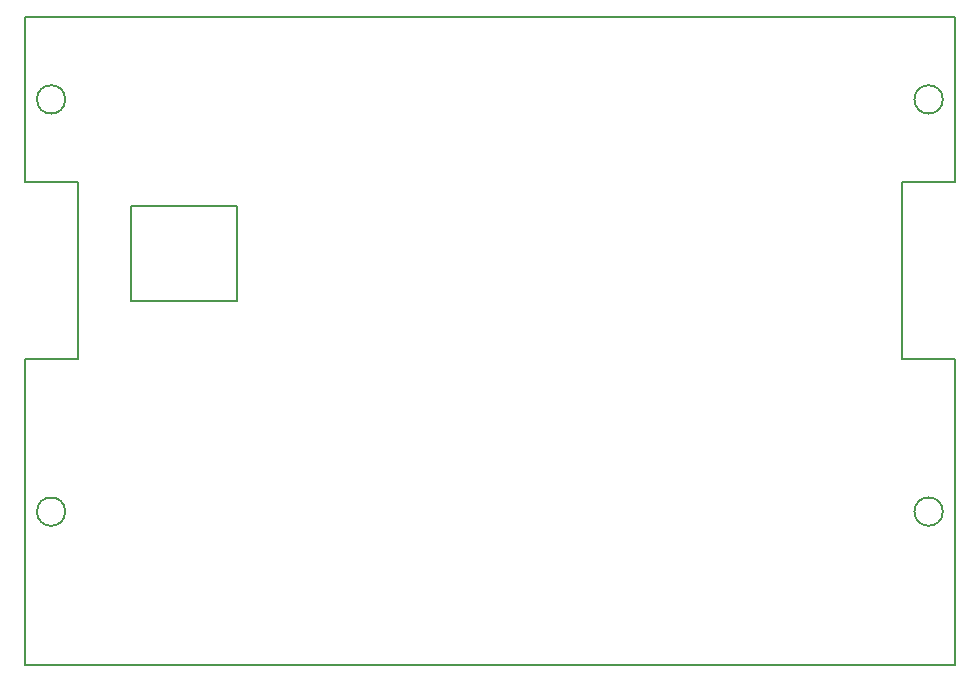
<source format=gbr>
%TF.GenerationSoftware,KiCad,Pcbnew,(5.1.10)-1*%
%TF.CreationDate,2022-02-04T20:39:48+09:00*%
%TF.ProjectId,Power,506f7765-722e-46b6-9963-61645f706362,rev?*%
%TF.SameCoordinates,Original*%
%TF.FileFunction,Profile,NP*%
%FSLAX46Y46*%
G04 Gerber Fmt 4.6, Leading zero omitted, Abs format (unit mm)*
G04 Created by KiCad (PCBNEW (5.1.10)-1) date 2022-02-04 20:39:48*
%MOMM*%
%LPD*%
G01*
G04 APERTURE LIST*
%TA.AperFunction,Profile*%
%ADD10C,0.200000*%
%TD*%
G04 APERTURE END LIST*
D10*
X-21400000Y11400000D02*
X-21400000Y3400000D01*
X-30400000Y11400000D02*
X-21400000Y11400000D01*
X-30400000Y3400000D02*
X-30400000Y11400000D01*
X-21400000Y3400000D02*
X-30400000Y3400000D01*
X-35950000Y-14450000D02*
G75*
G03*
X-35950000Y-14450000I-1200000J0D01*
G01*
X-35950000Y20449999D02*
G75*
G03*
X-35950000Y20449999I-1200000J0D01*
G01*
X38350000Y-14450000D02*
G75*
G03*
X38350000Y-14450000I-1200000J0D01*
G01*
X38350000Y20449999D02*
G75*
G03*
X38350000Y20449999I-1200000J0D01*
G01*
X39399999Y27400000D02*
X-39399999Y27399999D01*
X39400000Y13500000D02*
X39399999Y27400000D01*
X34900000Y13500000D02*
X39400000Y13500000D01*
X34900000Y-1499999D02*
X34900000Y13500000D01*
X39400000Y-1499999D02*
X34900000Y-1499999D01*
X39399999Y-27399999D02*
X39400000Y-1499999D01*
X-39399999Y-27400000D02*
X39399999Y-27399999D01*
X-39400000Y-1500000D02*
X-39399999Y-27400000D01*
X-34900000Y-1500000D02*
X-39400000Y-1500000D01*
X-34900000Y13499999D02*
X-34900000Y-1500000D01*
X-39400000Y13499999D02*
X-34900000Y13499999D01*
X-39399999Y27399999D02*
X-39400000Y13499999D01*
M02*

</source>
